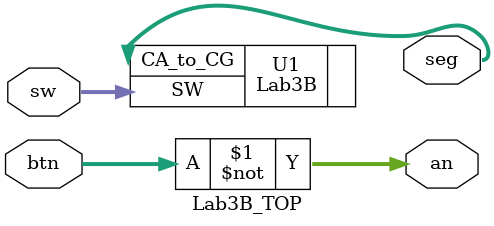
<source format=v>
`timescale 1ns / 1ps
/* *********************************************************************************
*	Module name: Lab3B_TOP.v
*	Description: This code implements the logic for a typical 7sd to display '0' to
*					 'F' on multiple 7sd, based on select input switches and pushbuttons.
*
*	Author				Date						Revision		Comments	
***************************************************************
*	Leonardo Fusser	20 September 2021		v1.0.0		Created Lab3B_TOP.v file.
*																		Completed Lab3B_TOP.v file.
*
*************************************************************************************/

module Lab3B_TOP(
	input [3:0] sw,		//4-bit select input.
	input [3:0] btn,		//4-bit select input.
	output [6:0] seg,		//7-bit select output.
	output [3:0] an		//4-bit select output.
   );
	
	assign an = ~btn;		//7sd select logic.
	
	/*Instantiation for simple 7sd*/
	Lab3B U1(
		.SW(sw),			//Connects 4 inputs (in Lab3B.v) to 4 select inputs.
		.CA_to_CG(seg)	//Connects 7 outputs (in Lab3B.v) to 7 select outputs.
	);	

endmodule

</source>
